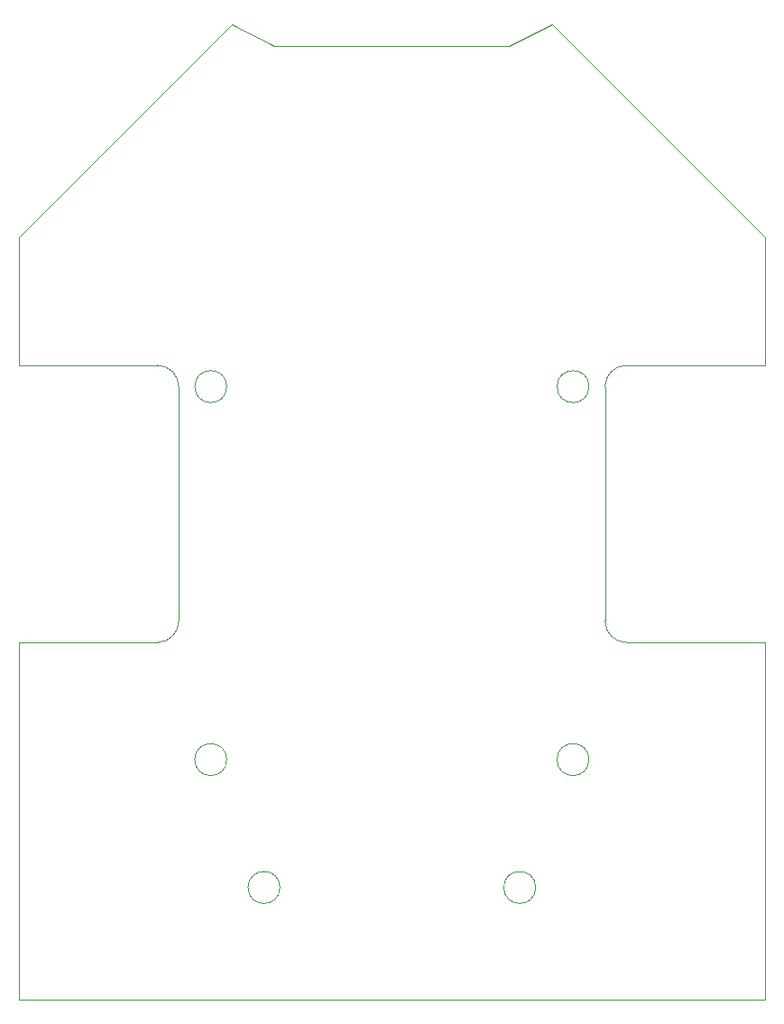
<source format=gbr>
%TF.GenerationSoftware,KiCad,Pcbnew,(5.1.6)-1*%
%TF.CreationDate,2022-04-30T17:28:47+09:00*%
%TF.ProjectId,RX621,52583632-312e-46b6-9963-61645f706362,rev?*%
%TF.SameCoordinates,Original*%
%TF.FileFunction,Profile,NP*%
%FSLAX46Y46*%
G04 Gerber Fmt 4.6, Leading zero omitted, Abs format (unit mm)*
G04 Created by KiCad (PCBNEW (5.1.6)-1) date 2022-04-30 17:28:47*
%MOMM*%
%LPD*%
G01*
G04 APERTURE LIST*
%TA.AperFunction,Profile*%
%ADD10C,0.050000*%
%TD*%
G04 APERTURE END LIST*
D10*
X214500000Y-157500000D02*
X202000000Y-157500000D01*
X252000000Y-157500000D02*
X240000000Y-157500000D01*
X216500000Y-147000000D02*
G75*
G03*
X216500000Y-147000000I-1500000J0D01*
G01*
X240500000Y-147000000D02*
G75*
G03*
X240500000Y-147000000I-1500000J0D01*
G01*
X214500000Y-157500000D02*
X240000000Y-157500000D01*
X192000000Y-157500000D02*
X202000000Y-157500000D01*
X192000000Y-156000000D02*
X192000000Y-157500000D01*
X262000000Y-156000000D02*
X262000000Y-157500000D01*
X262000000Y-157500000D02*
X252000000Y-157500000D01*
X245500000Y-135000000D02*
G75*
G03*
X245500000Y-135000000I-1500000J0D01*
G01*
X211500000Y-135000000D02*
G75*
G03*
X211500000Y-135000000I-1500000J0D01*
G01*
X245500000Y-100000000D02*
G75*
G03*
X245500000Y-100000000I-1500000J0D01*
G01*
X211500000Y-100000000D02*
G75*
G03*
X211500000Y-100000000I-1500000J0D01*
G01*
X192000000Y-156000000D02*
X192000000Y-124000000D01*
X249000000Y-124000000D02*
X262000000Y-124000000D01*
X249000000Y-98000000D02*
X262000000Y-98000000D01*
X238000000Y-68000000D02*
X216000000Y-68000000D01*
X212000000Y-66000000D02*
X216000000Y-68000000D01*
X242000000Y-66000000D02*
X238000000Y-68000000D01*
X249000000Y-124000000D02*
G75*
G02*
X247000000Y-122000000I0J2000000D01*
G01*
X247000000Y-100000000D02*
G75*
G02*
X249000000Y-98000000I2000000J0D01*
G01*
X205000000Y-98000000D02*
G75*
G02*
X207000000Y-100000000I0J-2000000D01*
G01*
X262000000Y-156000000D02*
X262000000Y-124000000D01*
X207000000Y-122000000D02*
G75*
G02*
X205000000Y-124000000I-2000000J0D01*
G01*
X207000000Y-100000000D02*
X207000000Y-122000000D01*
X212000000Y-66000000D02*
X192000000Y-86000000D01*
X192000000Y-98000000D02*
X192000000Y-86000000D01*
X205000000Y-124000000D02*
X192000000Y-124000000D01*
X262000000Y-86000000D02*
X242000000Y-66000000D01*
X205000000Y-98000000D02*
X192000000Y-98000000D01*
X247000000Y-122000000D02*
X247000000Y-100000000D01*
X262000000Y-98000000D02*
X262000000Y-86000000D01*
M02*

</source>
